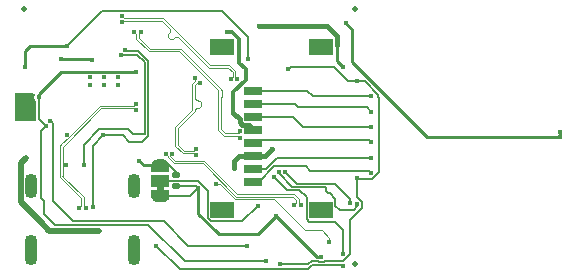
<source format=gbr>
G04 #@! TF.GenerationSoftware,KiCad,Pcbnew,5.99.0-unknown-r23941-4f651901*
G04 #@! TF.CreationDate,2020-11-30T00:39:05+01:00*
G04 #@! TF.ProjectId,sdrewire,73647265-7769-4726-952e-6b696361645f,rev?*
G04 #@! TF.SameCoordinates,PX70d1d60PY66b5f20*
G04 #@! TF.FileFunction,Copper,L4,Bot*
G04 #@! TF.FilePolarity,Positive*
%FSLAX46Y46*%
G04 Gerber Fmt 4.6, Leading zero omitted, Abs format (unit mm)*
G04 Created by KiCad (PCBNEW 5.99.0-unknown-r23941-4f651901) date 2020-11-30 00:39:05*
%MOMM*%
%LPD*%
G01*
G04 APERTURE LIST*
G04 Aperture macros list*
%AMRoundRect*
0 Rectangle with rounded corners*
0 $1 Rounding radius*
0 $2 $3 $4 $5 $6 $7 $8 $9 X,Y pos of 4 corners*
0 Add a 4 corners polygon primitive as box body*
4,1,4,$2,$3,$4,$5,$6,$7,$8,$9,$2,$3,0*
0 Add four circle primitives for the rounded corners*
1,1,$1+$1,$2,$3,0*
1,1,$1+$1,$4,$5,0*
1,1,$1+$1,$6,$7,0*
1,1,$1+$1,$8,$9,0*
0 Add four rect primitives between the rounded corners*
20,1,$1+$1,$2,$3,$4,$5,0*
20,1,$1+$1,$4,$5,$6,$7,0*
20,1,$1+$1,$6,$7,$8,$9,0*
20,1,$1+$1,$8,$9,$2,$3,0*%
G04 Aperture macros list end*
G04 #@! TA.AperFunction,ComponentPad*
%ADD10C,0.400000*%
G04 #@! TD*
G04 #@! TA.AperFunction,ComponentPad*
%ADD11O,1.100000X2.600000*%
G04 #@! TD*
G04 #@! TA.AperFunction,ComponentPad*
%ADD12O,1.100000X2.100000*%
G04 #@! TD*
G04 #@! TA.AperFunction,SMDPad,CuDef*
%ADD13R,1.500000X1.000000*%
G04 #@! TD*
G04 #@! TA.AperFunction,SMDPad,CuDef*
%ADD14C,0.500000*%
G04 #@! TD*
G04 #@! TA.AperFunction,SMDPad,CuDef*
%ADD15RoundRect,0.140000X0.170000X-0.140000X0.170000X0.140000X-0.170000X0.140000X-0.170000X-0.140000X0*%
G04 #@! TD*
G04 #@! TA.AperFunction,SMDPad,CuDef*
%ADD16R,1.500000X0.800000*%
G04 #@! TD*
G04 #@! TA.AperFunction,SMDPad,CuDef*
%ADD17R,2.000000X1.450000*%
G04 #@! TD*
G04 #@! TA.AperFunction,ViaPad*
%ADD18C,0.450000*%
G04 #@! TD*
G04 #@! TA.AperFunction,Conductor*
%ADD19C,0.200000*%
G04 #@! TD*
G04 #@! TA.AperFunction,Conductor*
%ADD20C,0.250000*%
G04 #@! TD*
G04 #@! TA.AperFunction,Conductor*
%ADD21C,0.400000*%
G04 #@! TD*
G04 #@! TA.AperFunction,Conductor*
%ADD22C,0.120000*%
G04 #@! TD*
G04 #@! TA.AperFunction,Conductor*
%ADD23C,0.150000*%
G04 #@! TD*
G04 #@! TA.AperFunction,Conductor*
%ADD24C,0.350000*%
G04 #@! TD*
G04 #@! TA.AperFunction,Conductor*
%ADD25C,0.500000*%
G04 #@! TD*
G04 APERTURE END LIST*
G04 #@! TO.C,JP1*
G36*
X12830000Y7200000D02*
G01*
X12230000Y7200000D01*
X12230000Y7700000D01*
X12830000Y7700000D01*
X12830000Y7200000D01*
G37*
G04 #@! TD*
D10*
G04 #@! TO.P,U2,31,EPAD*
G04 #@! TO.N,GND*
X8980000Y16840000D03*
X6580000Y16840000D03*
X8980000Y16240000D03*
X7780000Y16240000D03*
X7780000Y16840000D03*
X6580000Y16240000D03*
G04 #@! TD*
D11*
G04 #@! TO.P,J1,S1,SHIELD*
G04 #@! TO.N,GND*
X10270000Y2260000D03*
X1630000Y2260000D03*
D12*
X1630000Y7620000D03*
X10270000Y7620000D03*
G04 #@! TD*
G04 #@! TA.AperFunction,SMDPad,CuDef*
G04 #@! TO.P,JP1,1,A*
G04 #@! TO.N,/FTDI/FTDI_V_{DD}*
G36*
X13280000Y7350000D02*
G01*
X13280000Y6800000D01*
X13275033Y6800000D01*
X13273568Y6720059D01*
X13231293Y6584744D01*
X13152738Y6466734D01*
X13044219Y6375514D01*
X12914459Y6318419D01*
X12779999Y6300836D01*
X12779999Y6300000D01*
X12280000Y6300000D01*
X12280000Y6300836D01*
X12273891Y6300037D01*
X12133814Y6321848D01*
X12005489Y6382097D01*
X11899231Y6475941D01*
X11823583Y6595836D01*
X11784626Y6732143D01*
X11785041Y6800000D01*
X11780000Y6800000D01*
X11780000Y7350000D01*
X13280000Y7350000D01*
G37*
G04 #@! TD.AperFunction*
D13*
G04 #@! TO.P,JP1,2,C*
G04 #@! TO.N,Net-(JP1-Pad2)*
X12530000Y8100000D03*
G04 #@! TA.AperFunction,SMDPad,CuDef*
G04 #@! TO.P,JP1,3,B*
G04 #@! TO.N,GND*
G36*
X11785041Y9400000D02*
G01*
X11785492Y9473905D01*
X11826111Y9609726D01*
X11903218Y9728688D01*
X12010615Y9821226D01*
X12139668Y9879903D01*
X12280001Y9900000D01*
X12780000Y9900000D01*
X12792216Y9899851D01*
X12932017Y9876331D01*
X13059596Y9814518D01*
X13164700Y9719383D01*
X13238877Y9598573D01*
X13276166Y9461800D01*
X13275033Y9400000D01*
X13280000Y9400000D01*
X13280000Y8850000D01*
X11780000Y8850000D01*
X11780000Y9400000D01*
X11785041Y9400000D01*
G37*
G04 #@! TD.AperFunction*
G04 #@! TD*
D14*
G04 #@! TO.P,FID6,*
G04 #@! TO.N,*
X29000000Y22605000D03*
G04 #@! TD*
D15*
G04 #@! TO.P,C58,1*
G04 #@! TO.N,/FTDI/FTDI_V_{DD}*
X13880007Y7614011D03*
G04 #@! TO.P,C58,2*
G04 #@! TO.N,GND*
X13880007Y8574011D03*
G04 #@! TD*
D16*
G04 #@! TO.P,J3,1,DAT2*
G04 #@! TO.N,/SD/SD_DAT2*
X20400000Y15730000D03*
G04 #@! TO.P,J3,2,DAT3/CD*
G04 #@! TO.N,/SD/SD_DAT3*
X20400000Y14630000D03*
G04 #@! TO.P,J3,3,CMD*
G04 #@! TO.N,/SD/SD_CMD*
X20400000Y13530000D03*
G04 #@! TO.P,J3,4,VDD*
G04 #@! TO.N,/SD/SD_V_{DD}*
X20400000Y12430000D03*
G04 #@! TO.P,J3,5,CLK*
G04 #@! TO.N,/SD/SD_CLK*
X20400000Y11330000D03*
G04 #@! TO.P,J3,6,VSS*
G04 #@! TO.N,GND*
X20400000Y10230000D03*
G04 #@! TO.P,J3,7,DAT0*
G04 #@! TO.N,/SD/SD_DAT0*
X20400000Y9130000D03*
G04 #@! TO.P,J3,8,DAT1*
G04 #@! TO.N,/SD/SD_DAT1*
X20400000Y8030000D03*
D17*
G04 #@! TO.P,J3,9*
G04 #@! TO.N,N/C*
X17800000Y19405000D03*
X17800000Y5655000D03*
X26100000Y5655000D03*
X26100000Y19405000D03*
G04 #@! TD*
D14*
G04 #@! TO.P,FID3,*
G04 #@! TO.N,*
X29000000Y1005000D03*
G04 #@! TD*
G04 #@! TO.P,FID4,*
G04 #@! TO.N,*
X1000000Y22605000D03*
G04 #@! TD*
D18*
G04 #@! TO.N,+5V*
X10470000Y17340000D03*
X2230000Y15160000D03*
X21460000Y1290000D03*
X2840000Y12720000D03*
G04 #@! TO.N,GND*
X21970000Y10800000D03*
X18780000Y9160000D03*
X10770000Y9770000D03*
G04 #@! TO.N,+3V3*
X27980000Y870000D03*
X4100000Y18400000D03*
X12190000Y2610000D03*
X6780000Y18340000D03*
G04 #@! TO.N,/USB-C/C_USB3_TX-*
X9270000Y21495000D03*
X18500000Y16670000D03*
G04 #@! TO.N,/USB-C/C_USB3_TX+*
X19050003Y16670000D03*
X9270000Y22045000D03*
G04 #@! TO.N,/SD/~SD_MUX_SEL*
X19960000Y18420000D03*
X1070000Y17690000D03*
X4650000Y19510000D03*
G04 #@! TO.N,/GL_USB3_RX+*
X10345000Y20690000D03*
X19325001Y11729999D03*
G04 #@! TO.N,/GL_USB3_RX-*
X19325001Y12280000D03*
X10895000Y20690000D03*
G04 #@! TO.N,/FTDI/FTDI_V_{DD}*
X15740000Y7480000D03*
X22360000Y5090000D03*
X26170000Y1640000D03*
G04 #@! TO.N,/SD/SD_{MUX}_V_{DD}*
X20850000Y21220000D03*
X27530000Y20060000D03*
X27530000Y19620000D03*
X28000000Y17720000D03*
G04 #@! TO.N,/SD/SD_V_{DD}*
X18190000Y20720000D03*
G04 #@! TO.N,/USB-C/V_{BUS}*
X7360000Y3880000D03*
X1160000Y10000000D03*
X800000Y9660000D03*
X4680000Y3890000D03*
G04 #@! TO.N,/UFP_USB2_D+*
X10500000Y14055000D03*
X4520000Y9450000D03*
X6225000Y5780000D03*
G04 #@! TO.N,/UFP_USB2_D-*
X5675000Y5780000D03*
X10500000Y14605000D03*
X4660000Y11990000D03*
G04 #@! TO.N,/USB-C/CC2*
X7690000Y11960000D03*
X9576208Y19205000D03*
X6800000Y5910000D03*
G04 #@! TO.N,/USB-C/CC1*
X6055000Y9465000D03*
X9220000Y18780000D03*
G04 #@! TO.N,/SD/SD_DAT2*
X30351647Y15255000D03*
G04 #@! TO.N,/SD/SD_DAT3*
X30351647Y13955000D03*
G04 #@! TO.N,/SD/SD_CMD*
X30350000Y12650001D03*
G04 #@! TO.N,/SD/SD_CLK*
X30350000Y11359999D03*
G04 #@! TO.N,/SD/SD_DAT0*
X30352729Y10050001D03*
G04 #@! TO.N,/SD/SD_DAT1*
X30367004Y8755000D03*
G04 #@! TO.N,/SD/EXT_V_{DD}*
X28230000Y21430000D03*
X46350000Y12255000D03*
X46350000Y11805000D03*
G04 #@! TO.N,/SD_MUX_SEL*
X22650000Y1030000D03*
X29170000Y16520000D03*
X29160000Y8320000D03*
X23380000Y17520000D03*
G04 #@! TO.N,/FTDI_USB2_D-*
X23890010Y6056271D03*
X13000000Y10385698D03*
G04 #@! TO.N,/FTDI_USB2_D+*
X13550000Y10385698D03*
X24440000Y6060000D03*
G04 #@! TO.N,/GL_USB2_D-*
X15501072Y16759982D03*
X15560000Y10255000D03*
G04 #@! TO.N,/GL_USB2_D+*
X15560000Y10805000D03*
X15889982Y16371072D03*
G04 #@! TO.N,/FTDI/FT_RXD*
X26850000Y2890000D03*
X17242843Y7807157D03*
G04 #@! TO.N,/SD/GL_SPI_CK*
X28600000Y6210000D03*
X23100000Y8809475D03*
G04 #@! TO.N,/SD/GL_SPI_SDO*
X29210161Y6093970D03*
X22549999Y8810116D03*
G04 #@! TO.N,/SD/GL_SPI_SDI*
X22156794Y8418502D03*
X27987922Y1892239D03*
G04 #@! TO.N,Net-(RN1-Pad7)*
X3230000Y13190000D03*
X19910000Y2590000D03*
G04 #@! TO.N,Net-(JP1-Pad2)*
X20780000Y5970000D03*
G04 #@! TD*
D19*
G04 #@! TO.N,+5V*
X11530000Y4350000D02*
X14590000Y1290000D01*
X2230000Y15160000D02*
X2230000Y13330000D01*
X14590000Y1290000D02*
X21460000Y1290000D01*
X2690000Y5290000D02*
X3630000Y4350000D01*
X2444999Y6644003D02*
X2690000Y6399002D01*
X2444999Y12324999D02*
X2444999Y6644003D01*
X3630000Y4350000D02*
X11530000Y4350000D01*
X2230000Y13330000D02*
X2840000Y12720000D01*
D20*
X2230000Y15160000D02*
X2230000Y15478198D01*
X4091802Y17340000D02*
X10470000Y17340000D01*
X2230000Y15478198D02*
X4091802Y17340000D01*
D19*
X2840000Y12720000D02*
X2444999Y12324999D01*
X2690000Y6399002D02*
X2690000Y5290000D01*
D21*
G04 #@! TO.N,GND*
X18780000Y9778633D02*
X18780000Y9160000D01*
D19*
X13880007Y8795026D02*
X13275033Y9400000D01*
D20*
X12530000Y9400000D02*
X11140000Y9400000D01*
D21*
X20400000Y10230000D02*
X19231367Y10230000D01*
D20*
X11140000Y9400000D02*
X10770000Y9770000D01*
D21*
X20400000Y10230000D02*
X21400000Y10230000D01*
X21400000Y10230000D02*
X21970000Y10800000D01*
D19*
X13880007Y8574011D02*
X13880007Y8795026D01*
X13275033Y9400000D02*
X12530000Y9400000D01*
D21*
X19231367Y10230000D02*
X18780000Y9778633D01*
D19*
G04 #@! TO.N,+3V3*
X27894999Y955001D02*
X25393923Y955001D01*
D20*
X6720000Y18400000D02*
X6780000Y18340000D01*
X4100000Y18400000D02*
X6720000Y18400000D01*
D19*
X14195001Y604999D02*
X12190000Y2610000D01*
X25393923Y955001D02*
X25043921Y604999D01*
X25043921Y604999D02*
X14195001Y604999D01*
X27980000Y870000D02*
X27894999Y955001D01*
D22*
G04 #@! TO.N,/USB-C/C_USB3_TX-*
X13265363Y20601100D02*
X13223478Y20548577D01*
X13265363Y20176836D02*
X13317885Y20134951D01*
X13576578Y20105804D02*
X13637104Y20134951D01*
X13277218Y21037218D02*
X13319103Y20984696D01*
X13701481Y20188691D02*
X13754004Y20230576D01*
X13319103Y20984696D02*
X13348250Y20924170D01*
X13814529Y20259724D02*
X13880024Y20274673D01*
X13223478Y20229358D02*
X13265363Y20176836D01*
X13363199Y20858676D02*
X13363199Y20791497D01*
X13637104Y20134951D02*
X13689627Y20176836D01*
X9270000Y21495000D02*
X9435000Y21660000D01*
X13880024Y20274673D02*
X13947203Y20274673D01*
X13179381Y20422557D02*
X13179381Y20355378D01*
X14125746Y20188690D02*
X16634436Y17680000D01*
X13348250Y20924170D02*
X13363199Y20858676D01*
X9435000Y21660000D02*
X12654436Y21660000D01*
X13947203Y20274673D02*
X14012697Y20259724D01*
X13319103Y20665477D02*
X13277218Y20612954D01*
X13363199Y20791497D02*
X13348250Y20726003D01*
X13378411Y20105804D02*
X13443905Y20090855D01*
X18680000Y16850000D02*
X18500000Y16670000D01*
X13348250Y20726003D02*
X13319103Y20665477D01*
X13511084Y20090855D02*
X13576578Y20105804D01*
X14073223Y20230576D02*
X14125746Y20188690D01*
X13689627Y20176836D02*
X13701481Y20188691D01*
X13317885Y20134951D02*
X13378411Y20105804D01*
X12654436Y21660000D02*
X13277218Y21037218D01*
X16634436Y17680000D02*
X18284436Y17680000D01*
X13194330Y20289884D02*
X13223478Y20229358D01*
X14012697Y20259724D02*
X14073223Y20230576D01*
X13223478Y20548577D02*
X13194330Y20488052D01*
X13443905Y20090855D02*
X13511084Y20090855D01*
X13754004Y20230576D02*
X13814529Y20259724D01*
X18680000Y17284436D02*
X18680000Y16850000D01*
X13277218Y20612954D02*
X13265363Y20601100D01*
X13194330Y20488052D02*
X13179381Y20422557D01*
X13179381Y20355378D02*
X13194330Y20289884D01*
X18284436Y17680000D02*
X18680000Y17284436D01*
G04 #@! TO.N,/USB-C/C_USB3_TX+*
X9270000Y22045000D02*
X9435000Y21880000D01*
X9435000Y21880000D02*
X12745564Y21880000D01*
X18900000Y16870000D02*
X18900000Y16820003D01*
X18375564Y17900000D02*
X18900000Y17375564D01*
X12745564Y21880000D02*
X16725564Y17900000D01*
X16725564Y17900000D02*
X18375564Y17900000D01*
X18900000Y16820003D02*
X19050003Y16670000D01*
X18900000Y17375564D02*
X18900000Y16870000D01*
D20*
G04 #@! TO.N,/SD/~SD_MUX_SEL*
X1070000Y17690000D02*
X1070000Y19100000D01*
D23*
X19960000Y20250000D02*
X17764999Y22445001D01*
X17764999Y22445001D02*
X7585001Y22445001D01*
X7585001Y22445001D02*
X4650000Y19510000D01*
D20*
X1480000Y19510000D02*
X4650000Y19510000D01*
D23*
X19960000Y18420000D02*
X19960000Y20250000D01*
D20*
X1070000Y19100000D02*
X1480000Y19510000D01*
D22*
G04 #@! TO.N,/GL_USB3_RX+*
X10510000Y20074436D02*
X11544436Y19040000D01*
X10345000Y20690000D02*
X10510000Y20525000D01*
X17420000Y15774436D02*
X17420000Y12384436D01*
X17420000Y12384436D02*
X17894436Y11910000D01*
X10510000Y20525000D02*
X10510000Y20074436D01*
X17894436Y11910000D02*
X19170000Y11910000D01*
X19325001Y11729999D02*
X19170000Y11885000D01*
X19170000Y11885000D02*
X19170000Y11910000D01*
X11544436Y19040000D02*
X14154436Y19040000D01*
X14154436Y19040000D02*
X17420000Y15774436D01*
G04 #@! TO.N,/GL_USB3_RX-*
X17721175Y15804656D02*
X17729092Y15796739D01*
X17640000Y15865564D02*
X17641254Y15854438D01*
X17644952Y15187259D02*
X17641254Y15176691D01*
X17729092Y15796739D02*
X17735049Y15787259D01*
X17658826Y15826473D02*
X17668306Y15820516D01*
X17735049Y15787259D02*
X17738747Y15776691D01*
X17641254Y15854438D02*
X17644952Y15843870D01*
X17658826Y15204656D02*
X17650909Y15196739D01*
X17721175Y15226473D02*
X17711695Y15220516D01*
X17650909Y15834390D02*
X17658826Y15826473D01*
X17738747Y15254438D02*
X17735049Y15243870D01*
X17668306Y15210613D02*
X17658826Y15204656D01*
X11635564Y19260000D02*
X14245564Y19260000D01*
X17644952Y15843870D02*
X17650909Y15834390D01*
X17729092Y15234390D02*
X17721175Y15226473D01*
X17701127Y15814311D02*
X17711695Y15810613D01*
X10730000Y20525000D02*
X10730000Y20165564D01*
X17740000Y15265564D02*
X17738747Y15254438D01*
X17740000Y15765564D02*
X17740000Y15265564D01*
X17985564Y12130000D02*
X19175001Y12130000D01*
X17701127Y15216818D02*
X17678874Y15214311D01*
X17640000Y12475564D02*
X17985564Y12130000D01*
X17711695Y15220516D02*
X17701127Y15216818D01*
X10730000Y20165564D02*
X11635564Y19260000D01*
X17668306Y15820516D02*
X17678874Y15816818D01*
X10895000Y20690000D02*
X10730000Y20525000D01*
X17650909Y15196739D02*
X17644952Y15187259D01*
X17738747Y15776691D02*
X17740000Y15765564D01*
X17678874Y15214311D02*
X17668306Y15210613D01*
X19175001Y12130000D02*
X19325001Y12280000D01*
X14245564Y19260000D02*
X17640000Y15865564D01*
X17678874Y15816818D02*
X17701127Y15814311D01*
X17640000Y15165564D02*
X17640000Y12475564D01*
X17641254Y15176691D02*
X17640000Y15165564D01*
X17711695Y15810613D02*
X17721175Y15804656D01*
X17735049Y15243870D02*
X17729092Y15234390D01*
D20*
G04 #@! TO.N,/FTDI/FTDI_V_{DD}*
X25810000Y1640000D02*
X22360000Y5090000D01*
D19*
X13880007Y7614011D02*
X15605989Y7614011D01*
D20*
X15740000Y5318220D02*
X17328220Y3730000D01*
D19*
X15605989Y7614011D02*
X15740000Y7480000D01*
X15060000Y6800000D02*
X15740000Y7480000D01*
D20*
X26170000Y1640000D02*
X25810000Y1640000D01*
X20840000Y3570000D02*
X22360000Y5090000D01*
D19*
X12530000Y6800000D02*
X15060000Y6800000D01*
D20*
X17488220Y3570000D02*
X20840000Y3570000D01*
X15740000Y7480000D02*
X15740000Y5318220D01*
X17328220Y3730000D02*
X17488220Y3570000D01*
G04 #@! TO.N,/SD/SD_{MUX}_V_{DD}*
X27510000Y18510000D02*
X27510000Y19600000D01*
X27510000Y19600000D02*
X27530000Y19620000D01*
D21*
X27530000Y20378198D02*
X26688198Y21220000D01*
D20*
X27510000Y18510000D02*
X27510000Y18210000D01*
D21*
X27530000Y20060000D02*
X27530000Y20378198D01*
D20*
X27510000Y18210000D02*
X28000000Y17720000D01*
D21*
X26688198Y21220000D02*
X20850000Y21220000D01*
X27530000Y19620000D02*
X27530000Y20060000D01*
D24*
G04 #@! TO.N,/SD/SD_V_{DD}*
X19210000Y20108924D02*
X18598924Y20720000D01*
X18720000Y13860001D02*
X18720000Y15599995D01*
X19760000Y17550000D02*
X19210000Y18100000D01*
X18720000Y15599995D02*
X19760000Y16639995D01*
X19210000Y18100000D02*
X19210000Y18870000D01*
D21*
X19490928Y12805001D02*
X19255929Y13040000D01*
X20400000Y12430000D02*
X20024999Y12805001D01*
D24*
X19210000Y18870000D02*
X19210000Y20108924D01*
X18598924Y20720000D02*
X18190000Y20720000D01*
X19760000Y16639995D02*
X19760000Y17550000D01*
D21*
X19255929Y13040000D02*
X19255929Y13324072D01*
X20024999Y12805001D02*
X19490928Y12805001D01*
X19255929Y13324072D02*
X18720000Y13860001D01*
D25*
G04 #@! TO.N,/USB-C/V_{BUS}*
X2410000Y4580000D02*
X3130000Y3860000D01*
X2410000Y4580000D02*
X729990Y6260010D01*
X729990Y9569990D02*
X1160000Y10000000D01*
X3130000Y3860000D02*
X7360000Y3860000D01*
X729990Y6260010D02*
X729990Y9569990D01*
D22*
G04 #@! TO.N,/UFP_USB2_D+*
X4260000Y8515564D02*
X4260000Y9450000D01*
X4250000Y8505564D02*
X4260000Y8515564D01*
X6060000Y6695564D02*
X4250000Y8505564D01*
X6060000Y5945000D02*
X6060000Y6695564D01*
X4260000Y10954436D02*
X4260000Y9450000D01*
X6225000Y5780000D02*
X6060000Y5945000D01*
X7525564Y14220000D02*
X4260000Y10954436D01*
X10335000Y14220000D02*
X7525564Y14220000D01*
X10500000Y14055000D02*
X10335000Y14220000D01*
X4520000Y9450000D02*
X4260000Y9450000D01*
G04 #@! TO.N,/UFP_USB2_D-*
X4168869Y11174446D02*
X4168882Y11174446D01*
X7434436Y14440000D02*
X6294436Y13300000D01*
X5840000Y6604424D02*
X4029991Y8414433D01*
X4029991Y8414433D02*
X4029991Y8596695D01*
X4029991Y8596695D02*
X4039990Y8606694D01*
X5675000Y5780000D02*
X5840000Y5945000D01*
X4817218Y11822782D02*
X6294436Y13300000D01*
X10335000Y14440000D02*
X7434436Y14440000D01*
X4039990Y8606694D02*
X4039990Y11045567D01*
X4660000Y11990000D02*
X4660000Y11980000D01*
X4660000Y11980000D02*
X4817218Y11822782D01*
X4039990Y11045567D02*
X4168869Y11174446D01*
X4168882Y11174446D02*
X4817218Y11822782D01*
X10500000Y14605000D02*
X10335000Y14440000D01*
X5840000Y5945000D02*
X5840000Y6604424D01*
D19*
G04 #@! TO.N,/USB-C/CC2*
X7690000Y11960000D02*
X9360000Y11960000D01*
X9910000Y11410000D02*
X11014278Y11410000D01*
X9360000Y11960000D02*
X9910000Y11410000D01*
X9701208Y19080000D02*
X9576208Y19205000D01*
X11500010Y11895732D02*
X11500010Y18234268D01*
X10654278Y19080000D02*
X9701208Y19080000D01*
X11014278Y11410000D02*
X11500010Y11895732D01*
X6800000Y11070000D02*
X7690000Y11960000D01*
X11500010Y18234268D02*
X10654278Y19080000D01*
X6800000Y5910000D02*
X6800000Y11070000D01*
G04 #@! TO.N,/USB-C/CC1*
X10260000Y12020000D02*
X11200000Y12020000D01*
X7370000Y12460000D02*
X9820000Y12460000D01*
X6055000Y11145000D02*
X7370000Y12460000D01*
X11200000Y12020000D02*
X11200000Y18110000D01*
X11200000Y18110000D02*
X10530000Y18780000D01*
X6055000Y9465000D02*
X6055000Y11145000D01*
X10530000Y18780000D02*
X9220000Y18780000D01*
X9820000Y12460000D02*
X10260000Y12020000D01*
D23*
G04 #@! TO.N,/SD/SD_DAT2*
X25445000Y15255000D02*
X24995000Y15705000D01*
X24995000Y15705000D02*
X20700000Y15705000D01*
X30351647Y15255000D02*
X25445000Y15255000D01*
G04 #@! TO.N,/SD/SD_DAT3*
X23900000Y14605000D02*
X20700000Y14605000D01*
X24200000Y14305000D02*
X23900000Y14605000D01*
X30001647Y14305000D02*
X24200000Y14305000D01*
X30351647Y13955000D02*
X30001647Y14305000D01*
G04 #@! TO.N,/SD/SD_CMD*
X23750000Y13505000D02*
X20700000Y13505000D01*
X30350000Y12650001D02*
X24604999Y12650001D01*
X24604999Y12650001D02*
X23750000Y13505000D01*
G04 #@! TO.N,/SD/SD_CLK*
X20900000Y11505000D02*
X20700000Y11305000D01*
X30204999Y11505000D02*
X20900000Y11505000D01*
X30350000Y11359999D02*
X30204999Y11505000D01*
G04 #@! TO.N,/SD/SD_DAT0*
X22445001Y10050001D02*
X21500000Y9105000D01*
X30352729Y10050001D02*
X22445001Y10050001D01*
X21500000Y9105000D02*
X20700000Y9105000D01*
G04 #@! TO.N,/SD/SD_DAT1*
X24830000Y9310000D02*
X25185000Y8955000D01*
X20920000Y8030000D02*
X22200000Y9310000D01*
X30167004Y8955000D02*
X30367004Y8755000D01*
X20400000Y8030000D02*
X20920000Y8030000D01*
X25185000Y8955000D02*
X30167004Y8955000D01*
X22200000Y9310000D02*
X24830000Y9310000D01*
D20*
G04 #@! TO.N,/SD/EXT_V_{DD}*
X28770001Y18169999D02*
X35135000Y11805000D01*
X28230000Y21430000D02*
X28770001Y20889999D01*
X35135000Y11805000D02*
X46350000Y11805000D01*
X46350000Y12255000D02*
X46350000Y11805000D01*
X28770001Y20889999D02*
X28770001Y18169999D01*
D23*
G04 #@! TO.N,/SD_MUX_SEL*
X31013673Y8831867D02*
X30998673Y8816867D01*
X27987685Y1300000D02*
X26422002Y1300000D01*
X29170000Y16520000D02*
X28450000Y16520000D01*
X26422002Y1300000D02*
X26362001Y1239999D01*
X29840000Y16520000D02*
X29170000Y16520000D01*
X25917998Y1300000D02*
X25350000Y1300000D01*
X28450000Y16520000D02*
X27269999Y17700001D01*
X28610000Y4780000D02*
X28610000Y1922315D01*
X29610162Y6285971D02*
X29610162Y5780162D01*
X30436806Y8255000D02*
X29150000Y8255000D01*
X31013673Y15162776D02*
X31013673Y8831867D01*
X25080000Y1030000D02*
X22650000Y1030000D01*
X29150000Y8130000D02*
X29150000Y6746133D01*
X30998673Y15177776D02*
X30998673Y15361327D01*
X27269999Y17700001D02*
X23560001Y17700001D01*
X29150000Y8310000D02*
X29160000Y8320000D01*
X28610000Y1922315D02*
X27987685Y1300000D01*
X31013673Y8831867D02*
X30436806Y8255000D01*
X29150000Y8130000D02*
X29150000Y8310000D01*
X29610162Y5780162D02*
X28610000Y4780000D01*
X29150000Y8255000D02*
X29150000Y8130000D01*
X26362001Y1239999D02*
X25977999Y1239999D01*
X25977999Y1239999D02*
X25917998Y1300000D01*
X25350000Y1300000D02*
X25080000Y1030000D01*
D22*
X30436806Y8255000D02*
X30998673Y8816867D01*
D23*
X23560001Y17700001D02*
X23380000Y17520000D01*
X30998673Y15177776D02*
X31013673Y15162776D01*
X29150000Y6746133D02*
X29610162Y6285971D01*
X30998673Y15361327D02*
X29840000Y16520000D01*
D22*
G04 #@! TO.N,/FTDI_USB2_D-*
X24056870Y6427566D02*
X23734436Y6750000D01*
X24056870Y6223130D02*
X24056870Y6427566D01*
X13165000Y10220698D02*
X13000000Y10385698D01*
X23890011Y6056271D02*
X24056870Y6223130D01*
X16114436Y9580000D02*
X13704436Y9580000D01*
X18944436Y6750000D02*
X16114436Y9580000D01*
X23734436Y6750000D02*
X18944436Y6750000D01*
X13704436Y9580000D02*
X13165000Y10119436D01*
X13165000Y10119436D02*
X13165000Y10220698D01*
X23890010Y6056271D02*
X23890011Y6056271D01*
G04 #@! TO.N,/FTDI_USB2_D+*
X19035564Y6970000D02*
X16205564Y9800000D01*
X24276870Y6223130D02*
X24276870Y6518694D01*
X24440000Y6060000D02*
X24276870Y6223130D01*
X24276870Y6518694D02*
X23825564Y6970000D01*
X23825564Y6970000D02*
X19035564Y6970000D01*
X13385000Y10210564D02*
X13385000Y10220698D01*
X13795564Y9800000D02*
X13385000Y10210564D01*
X13385000Y10220698D02*
X13550000Y10385698D01*
X16205564Y9800000D02*
X13795564Y9800000D01*
G04 #@! TO.N,/GL_USB2_D-*
X13820000Y11054436D02*
X13820000Y12675564D01*
X13820000Y12675564D02*
X15250000Y14105564D01*
X15250000Y14105564D02*
X15250000Y16275564D01*
X15501072Y16526636D02*
X15501072Y16759982D01*
X15395000Y10420000D02*
X14454436Y10420000D01*
X14454436Y10420000D02*
X13820000Y11054436D01*
X15250000Y16275564D02*
X15501072Y16526636D01*
X15560000Y10255000D02*
X15395000Y10420000D01*
G04 #@! TO.N,/GL_USB2_D+*
X15992766Y14733755D02*
X15960003Y14785896D01*
X15573540Y14949433D02*
X15529996Y14992977D01*
X15960003Y14392977D02*
X15992766Y14445118D01*
X15916459Y14349433D02*
X15960003Y14392977D01*
X15856636Y16371072D02*
X15889982Y16371072D01*
X15470000Y14014436D02*
X15476894Y14075630D01*
X15476894Y14075630D02*
X15497233Y14133755D01*
X16020000Y14564436D02*
X16020000Y14614436D01*
X15864318Y14862203D02*
X15806193Y14882542D01*
X15806193Y14296331D02*
X15864318Y14316670D01*
X15864318Y14316670D02*
X15916459Y14349433D01*
X14040000Y11145564D02*
X14040000Y12584436D01*
X15625681Y14916670D02*
X15573540Y14949433D01*
X15625681Y14262203D02*
X15683806Y14282542D01*
X14545564Y10640000D02*
X14040000Y11145564D01*
X15960003Y14785896D02*
X15916459Y14829440D01*
X15497233Y14133755D02*
X15529996Y14185896D01*
X15395000Y10640000D02*
X14545564Y10640000D01*
X15573540Y14229440D02*
X15625681Y14262203D01*
X16013105Y14675630D02*
X15992766Y14733755D01*
X16013105Y14503243D02*
X16020000Y14564436D01*
X15656636Y16371072D02*
X15856636Y16371072D01*
X15529996Y14185896D02*
X15573540Y14229440D01*
X15470000Y15164436D02*
X15470000Y16184436D01*
X14040000Y12584436D02*
X15470000Y14014436D01*
X16020000Y14614436D02*
X16013105Y14675630D01*
X15476894Y15103243D02*
X15470000Y15164436D01*
X15806193Y14882542D02*
X15683806Y14896331D01*
X15916459Y14829440D02*
X15864318Y14862203D01*
X15497233Y15045118D02*
X15476894Y15103243D01*
X15992766Y14445118D02*
X16013105Y14503243D01*
X15683806Y14282542D02*
X15806193Y14296331D01*
X15683806Y14896331D02*
X15625681Y14916670D01*
X15470000Y16184436D02*
X15656636Y16371072D01*
X15529996Y14992977D02*
X15497233Y15045118D01*
X15560000Y10805000D02*
X15395000Y10640000D01*
G04 #@! TO.N,/FTDI/FT_RXD*
X18866278Y6540010D02*
X18886288Y6520000D01*
X26204999Y3925001D02*
X26850000Y3280000D01*
X17242843Y7807157D02*
X17572843Y7807157D01*
X18839990Y6540010D02*
X18866278Y6540010D01*
X22170000Y6520000D02*
X24764999Y3925001D01*
X18886288Y6520000D02*
X22170000Y6520000D01*
X26850000Y3280000D02*
X26850000Y2890000D01*
X24764999Y3925001D02*
X26204999Y3925001D01*
X17572843Y7807157D02*
X18839990Y6540010D01*
D23*
G04 #@! TO.N,/SD/GL_SPI_CK*
X23100000Y8809475D02*
X24079474Y7830001D01*
X27298197Y7830001D02*
X28600000Y6528198D01*
X28600000Y6528198D02*
X28600000Y6210000D01*
X24079474Y7830001D02*
X27298197Y7830001D01*
G04 #@! TO.N,/SD/GL_SPI_SDO*
X23965908Y7590000D02*
X23975917Y7579991D01*
X28902559Y5620000D02*
X29210161Y5927602D01*
X22549999Y8730001D02*
X23690000Y7590000D01*
X23690000Y7590000D02*
X23965908Y7590000D01*
X29210161Y5927602D02*
X29210161Y6093970D01*
X27350000Y5987998D02*
X27717998Y5620000D01*
X26890001Y7029999D02*
X27350000Y6570000D01*
X26529999Y7237999D02*
X26737999Y7029999D01*
X26529999Y7579991D02*
X26529999Y7237999D01*
X27350000Y6570000D02*
X27350000Y5987998D01*
X22549999Y8810116D02*
X22549999Y8730001D01*
X27717998Y5620000D02*
X28902559Y5620000D01*
X23975917Y7579991D02*
X26529999Y7579991D01*
X26737999Y7029999D02*
X26890001Y7029999D01*
G04 #@! TO.N,/SD/GL_SPI_SDI*
X27987922Y3942078D02*
X27987922Y1892239D01*
X23872360Y7329981D02*
X24320019Y7329981D01*
X25142498Y4640000D02*
X27290000Y4640000D01*
X22156794Y8418502D02*
X23235296Y7340000D01*
X23862341Y7340000D02*
X23872360Y7329981D01*
X24320019Y7329981D02*
X24930000Y6720000D01*
X24924990Y6452492D02*
X24924990Y4857508D01*
X24930000Y6720000D02*
X24930000Y6457502D01*
X23235296Y7340000D02*
X23862341Y7340000D01*
X24924990Y4857508D02*
X25142498Y4640000D01*
X24930000Y6457502D02*
X24924990Y6452492D01*
X27290000Y4640000D02*
X27987922Y3942078D01*
D19*
G04 #@! TO.N,Net-(RN1-Pad7)*
X3454999Y12965001D02*
X3454999Y6365001D01*
X3454999Y6365001D02*
X5169990Y4650010D01*
X14910000Y2590000D02*
X19910000Y2590000D01*
X12849990Y4650010D02*
X14910000Y2590000D01*
X5169990Y4650010D02*
X12849990Y4650010D01*
X3230000Y13190000D02*
X3454999Y12965001D01*
D23*
G04 #@! TO.N,Net-(JP1-Pad2)*
X15712002Y8100000D02*
X16550000Y7262002D01*
X19470000Y4660000D02*
X20780000Y5970000D01*
X16550000Y7262002D02*
X16550000Y4932498D01*
X16550000Y4932498D02*
X16822498Y4660000D01*
X16822498Y4660000D02*
X19470000Y4660000D01*
X12530000Y8100000D02*
X15712002Y8100000D01*
G04 #@! TD*
G04 #@! TA.AperFunction,Conductor*
G04 #@! TO.N,GND*
G36*
X1841921Y15479998D02*
G01*
X1888414Y15426342D01*
X1898518Y15356068D01*
X1892683Y15332254D01*
X1855166Y15225419D01*
X1854185Y15100477D01*
X1893727Y14981953D01*
X1900045Y14973675D01*
X1953663Y14903418D01*
X1979090Y14837131D01*
X1979500Y14826976D01*
X1979501Y13367552D01*
X1977080Y13342970D01*
X1974500Y13330000D01*
X1985728Y13273555D01*
X1979400Y13202843D01*
X1935847Y13146775D01*
X1868894Y13123155D01*
X1860850Y13122981D01*
X1672200Y13124926D01*
X324699Y13138818D01*
X256790Y13159520D01*
X210853Y13213652D01*
X200000Y13264810D01*
X200000Y15374000D01*
X220002Y15442121D01*
X273658Y15488614D01*
X326000Y15500000D01*
X1773800Y15500000D01*
X1841921Y15479998D01*
G37*
G04 #@! TD.AperFunction*
G04 #@! TD*
M02*

</source>
